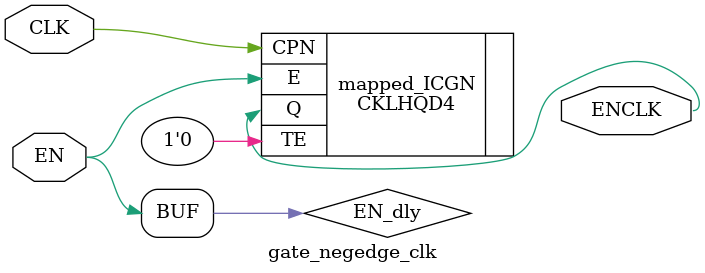
<source format=sv>
`timescale 1ns / 10ps
module gate_negedge_clk
    (output logic ENCLK,           // gated negedge clock
    input logic EN,                // clock-gating: enable clock (active high)
    input logic CLK);             // negedge clock

/*//DG: no mapping correctly to ICGs !?
// Internal Variables 
logic Esync;

// UART TX Logic
always_latch  
    if (CKN)
        Esync <= E; 
    // always_latch

always_comb
   ECKN = Esync | CKN;
*/
logic EN_dly;
always EN_dly = #0.5 EN; // avoid (false) hold violations

//TP: updaed to 130nm Standard cells
/*TLATCOX4 
    mapped_ICGN(
    .ECKN(ENCLK),
    .E(EN_dly),
    .CKN(CLK)
    );
*/
 CKLHQD4
    mapped_ICGN(
    .Q(ENCLK),
    .E(EN_dly),
    .TE(1'b0),
    .CPN(CLK)
    );


endmodule


</source>
